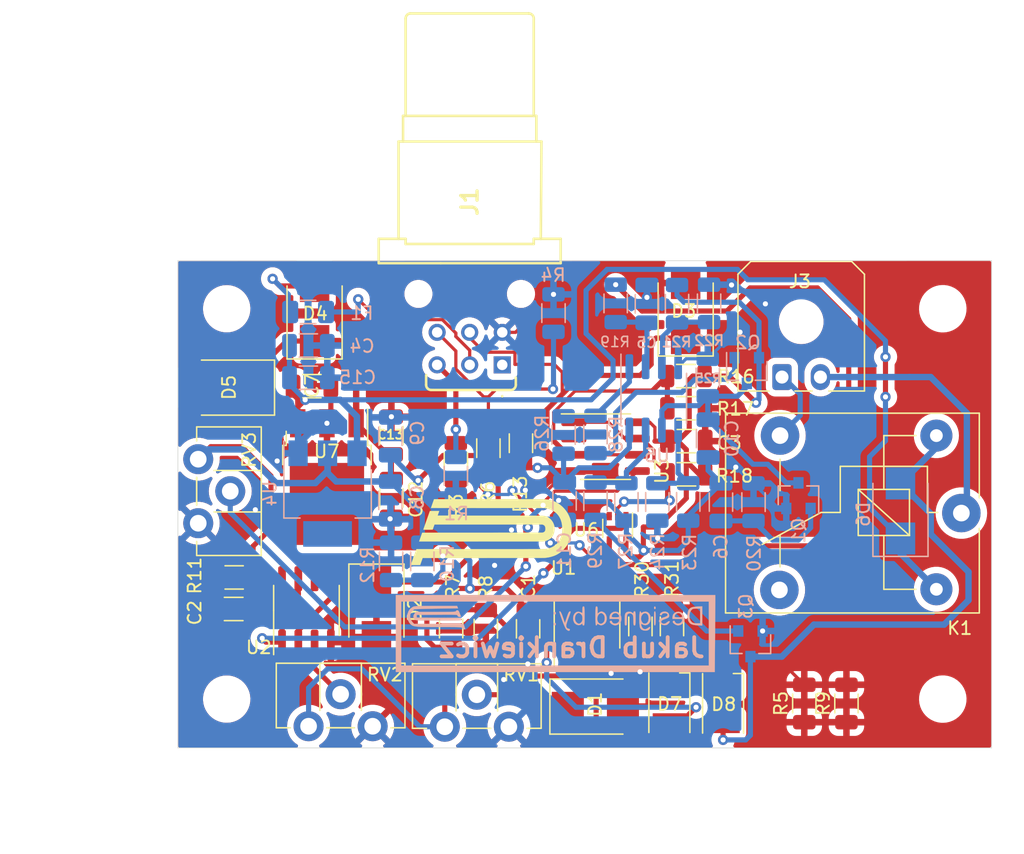
<source format=kicad_pcb>
(kicad_pcb (version 20221018) (generator pcbnew)
  (layers (0 "F.Cu" signal) (31 "B.Cu" signal) (34 "B.Paste" user) (35 "F.Paste" user) (36 "B.SilkS" user "B.Silkscreen") (37 "F.SilkS" user "F.Silkscreen") (38 "B.Mask" user) (39 "F.Mask" user) (44 "Edge.Cuts" user))
  (net 0 "")
  (net 1 "GND")
  (net 2 "+5V")
  (net 3 "Net-(U5A--)")
  (net 4 "Net-(Q1-G)")
  (net 5 "Net-(Q1-D)")
  (net 6 "Net-(D4-K)")
  (net 7 "+12V")
  (net 8 "/Comparators/Brake1")
  (net 9 "/Comparators/TPS")
  (net 10 "Net-(D1-A1)")
  (net 11 "Net-(D2-A1)")
  (net 12 "Net-(D4-A)")
  (net 13 "Net-(D6-A)")
  (net 14 "Net-(D7-K)")
  (net 15 "/Comparators/Brake1Logic")
  (net 16 "Net-(D8-K)")
  (net 17 "/Comparators/TPSLogic")
  (net 18 "/Comparators/Error")
  (net 19 "Net-(J3-Pin_1)")
  (net 20 "Net-(J3-Pin_2)")
  (net 21 "Net-(R26-Pad2)")
  (net 22 "Net-(R27-Pad2)")
  (net 24 "Net-(Q2-G)")
  (net 25 "Net-(Q3-G)")
  (net 26 "Net-(U1A--)")
  (net 27 "Net-(U2B--)")
  (net 28 "Net-(U3A--)")
  (net 29 "/Comparators/Brake2")
  (net 30 "Net-(U5A-+)")
  (net 31 "Net-(U5B-+)")
  (net 32 "Net-(U1B-+)")
  (net 33 "Net-(U2A-+)")
  (net 34 "LV_in")
  (net 35 "Net-(U3B-+)")
  (footprint "Diode_SMD:D_SMB" (layer "F.Cu") (at 113.1824 120.7426 -90)
    (fp_text reference "D2")
    (fp_text value "D_TVS")
  )
  (footprint "Resistor_SMD:R_1206_3216Metric" (layer "F.Cu") (at 121.92 108.1425 90)
    (fp_text reference "R6")
    (fp_text value "10k")
  )
  (footprint "Diode_SMD:D_SMB" (layer "F.Cu") (at 101.6799 103.4161 180)
    (fp_text reference "D5")
    (fp_text value "SMBJ18CA-E3/52")
  )
  (footprint "LED_SMD:LED_PLCC-2" (layer "F.Cu") (at 136.0424 128.0936 -90)
    (fp_text reference "D7")
    (fp_text value "LED GREEN")
  )
  (footprint "LED_SMD:LED_PLCC-2" (layer "F.Cu") (at 140.2334 128.1416 -90)
    (fp_text reference "D8")
    (fp_text value "LED RED")
  )
  (footprint "Resistor_SMD:R_1206_3216Metric" (layer "F.Cu") (at 119.38 109.22 90)
    (fp_text reference "R3")
    (fp_text value "10k")
  )
  (footprint "Resistor_SMD:R_1206_3216Metric" (layer "F.Cu") (at 119.0117 122.2229 90)
    (fp_text reference "R7")
    (fp_text value "100k")
  )
  (footprint "Resistor_SMD:R_1206_3216Metric" (layer "F.Cu") (at 121.7168 122.2395 -90)
    (fp_text reference "R8")
    (fp_text value "10k")
  )
  (footprint "Resistor_SMD:R_1206_3216Metric" (layer "F.Cu") (at 102.0425 120.7008)
    (fp_text reference "R11")
    (fp_text value "10k")
  )
  (footprint "Resistor_SMD:R_1206_3216Metric" (layer "F.Cu") (at 137.3271 102.5144 180)
    (fp_text reference "R16")
    (fp_text value "100k")
  )
  (footprint "Package_SO:SOIC-8_3.9x4.9mm_P1.27mm" (layer "F.Cu") (at 107.7214 120.8136 90)
    (fp_text reference "U2")
    (fp_text value "LM393")
  )
  (footprint "Diode_SMD:D_SMB" (layer "F.Cu") (at 137.3124 97.4 90)
    (fp_text reference "D3")
    (fp_text value "D_TVS")
  )
  (footprint "Capacitor_SMD:C_1206_3216Metric" (layer "F.Cu") (at 108.1514 103.3018)
    (fp_text reference "C7")
    (fp_text value "100n")
  )
  (footprint "Capacitor_SMD:C_1206_3216Metric" (layer "F.Cu") (at 125.0188 122.2484 -90)
    (fp_text reference "C1")
    (fp_text value "100n")
  )
  (footprint "Capacitor_SMD:C_1206_3216Metric" (layer "F.Cu") (at 114.3508 112.0376 -90)
    (fp_text reference "C12")
    (fp_text value "10u")
  )
  (footprint "Capacitor_SMD:C_1206_3216Metric" (layer "F.Cu") (at 114.3508 107.1644 90)
    (fp_text reference "C13")
    (fp_text value "100n")
  )
  (footprint "Resistor_SMD:R_1206_3216Metric" (layer "F.Cu") (at 124.46 107.7575 -90)
    (fp_text reference "R13")
    (fp_text value "10k")
  )
  (footprint "Package_TO_SOT_SMD:TO-252-3_TabPin2" (layer "F.Cu") (at 109.3206 110.398 -90)
    (fp_text reference "U7")
    (fp_text value "MC78M12CDTG DPAK")
  )
  (footprint "Resistor_SMD:R_1206_3216Metric" (layer "F.Cu") (at 133.7818 122.0617 -90)
    (fp_text reference "R30")
    (fp_text value "1k")
  )
  (footprint "Resistor_SMD:R_1206_3216Metric" (layer "F.Cu") (at 136.2456 122.0577 -90)
    (fp_text reference "R31")
    (fp_text value "10k")
  )
  (footprint "Diode_SMD:D_SMB" (layer "F.Cu") (at 108.3564 97.6286 90)
    (fp_text reference "D4")
    (fp_text value "D_Schottky")
  )
  (footprint "Capacitor_SMD:C_1206_3216Metric" (layer "F.Cu") (at 137.3614 107.5944)
    (fp_text reference "C3")
    (fp_text value "100n")
  )
  (footprint "Resistor_SMD:R_1206_3216Metric" (layer "F.Cu") (at 137.3739 110.1852 180)
    (fp_text reference "R18")
    (fp_text value "10k")
  )
  (footprint "Package_SO:SOIC-8_3.9x4.9mm_P1.27mm" (layer "F.Cu") (at 131.064 108.0262)
    (fp_text reference "U3")
    (fp_text value "LM393")
  )
  (footprint "Capacitor_SMD:C_1206_3216Metric" (layer "F.Cu") (at 102.0808 118.237 180)
    (fp_text reference "C2")
    (fp_text value "100n")
  )
  (footprint "Package_SO:SOIC-8_3.9x4.9mm_P1.27mm" (layer "F.Cu") (at 129.6162 121.793 90)
    (fp_text reference "U1")
    (fp_text value "LM393")
  )
  (footprint "Diode_SMD:D_SMB" (layer "F.Cu") (at 130.2676 128.3208)
    (fp_text reference "D1")
    (fp_text value "D_TVS")
  )
  (footprint "Resistor_SMD:R_1206_3216Metric" (layer "F.Cu") (at 137.3485 105.029)
    (fp_text reference "R17")
    (fp_text value "10k")
  )
  (footprint "Package_TO_SOT_SMD:SOT-353_SC-70-5" (layer "F.Cu") (at 132.0038 114.4016 -90)
    (fp_text reference "U6")
    (fp_text value "74AHC1G02")
  )
  (footprint "MountingHole:MountingHole_3.2mm_M3_ISO7380" (layer "F.Cu") (at 101.4984 97.2566)
    (fp_text reference "H1")
    (fp_text value "MountingHole")
  )
  (footprint "Relay_THT:Relay_SPDT_SANYOU_SRD_Series_Form_C" (layer "F.Cu") (at 158.8284 113.2126 180)
    (fp_text reference "K1")
    (fp_text value "SANYOU_SRD_Form_C")
  )
  (footprint "MountingHole:MountingHole_3.2mm_M3_ISO7380" (layer "F.Cu") (at 157.3784 97.2566)
    (fp_text reference "H3")
    (fp_text value "MountingHole")
  )
  (footprint "MountingHole:MountingHole_3.2mm_M3_ISO7380" (layer "F.Cu") (at 157.3784 127.7366)
    (fp_text reference "H4" hide)
    (fp_text value "MountingHole")
  )
  (footprint "MountingHole:MountingHole_3.2mm_M3_ISO7380" (layer "F.Cu") (at 101.4984 127.7366)
    (fp_text reference "H2")
    (fp_text value "MountingHole")
  )
  (footprint "Potentiometer_THT:Potentiometer_ACP_CA9-H2,5_Horizontal" (layer "F.Cu") (at 118.5164 129.8956 90)
    (fp_text reference "RV1")
    (fp_text value "20k")
  )
  (footprint "Connector_Molex:Molex_Micro-Fit_3.0_43650-0200_1x02_P3.00mm_Horizontal" (layer "F.Cu") (at 144.8294 102.5926)
    (fp_text reference "J3")
    (fp_text value "Screw_Terminal_01x02")
  )
  (footprint "Potentiometer_THT:Potentiometer_ACP_CA9-H2,5_Horizontal" (layer "F.Cu") (at 107.8884 129.8556 90)
    (fp_text reference "RV2")
    (fp_text value "20k")
  )
  (footprint "Potentiometer_THT:Potentiometer_ACP_CA9-H2,5_Horizontal" (layer "F.Cu") (at 99.2759 109.0041)
    (fp_text reference "RV3")
    (fp_text value "20k")
  )
  (footprint "put_silkscreen:PUTM_LOGO_15mm" (layer "F.Cu") (at 121.76 114.56)
    (fp_text reference "G***" hide)
    (fp_text value "LOGO" hide)
  )
  (footprint "Library:D369B66NP4" (layer "F.Cu") (at 123 101.64 90)
    (fp_text reference "J1")
    (fp_text value "D369-B66-NP4" hide)
  )
  (footprint "Resistor_SMD:R_1206_3216Metric" (layer "F.Cu") (at 149.86 128.0775 90)
    (fp_text reference "R9")
    (fp_text value "0R")
  )
  (footprint "Resistor_SMD:R_1206_3216Metric" (layer "F.Cu") (at 146.57 128.0775 90)
    (fp_text reference "R5")
    (fp_text value "0R")
  )
  (footprint "Package_SO:SOIC-8_3.9x4.9mm_P1.27mm" (layer "B.Cu") (at 134.8232 104.2558 -90)
    (fp_text reference "U5")
    (fp_text value "LM393")
  )
  (footprint "Fuse:Fuse_1206_3216Metric" (layer "B.Cu") (at 107.8514 97.5106)
    (fp_text reference "F1")
    (fp_text value "500mA")
  )
  (footprint "Package_TO_SOT_SMD:SOT-23" (layer "B.Cu") (at 142.0876 102.0826 -90)
    (fp_text reference "Q2")
    (fp_text value "Si2319CDS")
  )
  (footprint "Resistor_SMD:R_1206_3216Metric" (layer "B.Cu") (at 130.2766 107.0757 90)
    (fp_text reference "R28")
    (fp_text value "100R")
  )
  (footprint "Resistor_SMD:R_1206_3216Metric" (layer "B.Cu") (at 130.2766 112.2807 90)
    (fp_text reference "R29")
    (fp_text value "100R")
  )
  (footprint "Package_TO_SOT_SMD:SOT-23" (layer "B.Cu") (at 146.116 111.8522 90)
    (fp_text reference "Q1")
    (fp_text value "BSS138")
  )
  (footprint "Package_TO_SOT_SMD:SOT-23" (layer "B.Cu") (at 142.367 123.4186 -90)
    (fp_text reference "Q3")
    (fp_text value "BSS138")
  )
  (footprint "Resistor_SMD:R_1206_3216Metric" (layer "B.Cu") (at 127.7874 107.1118 90)
    (fp_text reference "R26")
    (fp_text value "10k")
  )
  (footprint "Capacitor_SMD:C_1206_3216Metric" (layer "B.Cu") (at 107.8738 102.6414)
    (fp_text reference "C15")
    (fp_text value "100n")
  )
  (footprint "Diode_SMD:D_SMB" (layer "B.Cu") (at 154.0764 113.0464 90)
    (fp_text reference "D6")
    (fp_text value "D")
  )
  (footprint "Capacitor_SMD:C_1206_3216Metric" (layer "B.Cu") (at 140.0683 112.3569 -90)
    (fp_text reference "C6")
    (fp_text value "100n")
  )
  (footprint "Capacitor_SMD:C_1206_3216Metric" (layer "B.Cu") (at 127.8636 112.268 -90)
    (fp_text reference "C11")
    (fp_text value "100n")
  )
  (footprint "Resistor_SMD:R_1206_3216Metric" (layer "B.Cu") (at 132.6896 112.3442 90)
    (fp_text reference "R27")
    (fp_text value "10k")
  )
  (footprint "Resistor_SMD:R_1206_3216Metric" (layer "B.Cu") (at 131.8514 96.8395 90)
    (fp_text reference "R19")
    (fp_text value "39k")
  )
  (footprint "Resistor_SMD:R_1206_3216Metric" (layer "B.Cu") (at 136.6393 96.8649 -90)
    (fp_text reference "R21")
    (fp_text value "39k")
  )
  (footprint "Resistor_SMD:R_1206_3216Metric" (layer "B.Cu") (at 137.5156 112.3422 90)
    (fp_text reference "R23")
    (fp_text value "100k")
  )
  (footprint "Resistor_SMD:R_1206_3216Metric" (layer "B.Cu") (at 139.1412 96.8395 90)
    (fp_text reference "R22")
    (fp_text value "100k")
  )
  (footprint "Resistor_SMD:R_1206_3216Metric" (layer "B.Cu") (at 142.6083 112.3569 90)
    (fp_text reference "R20")
    (fp_text value "820k")
  )
  (footprint "Capacitor_SMD:C_1206_3216Metric" (layer "B.Cu") (at 114.2746 112.219 -90)
    (fp_text reference "C8")
    (fp_text value "10u")
  )
  (footprint "Resistor_SMD:R_1206_3216Metric" (layer "B.Cu") (at 139.0396 102.6267 90)
    (fp_text reference "R25")
    (fp_text value "1M")
  )
  (footprint "Resistor_SMD:R_1206_3216Metric" (layer "B.Cu") (at 135.1026 112.3442 -90)
    (fp_text reference "R24")
    (fp_text value "10k")
  )
  (footprint "Resistor_SMD:R_1206_3216Metric" (layer "B.Cu") (at 114.3254 116.9817 90)
    (fp_text reference "R12")
    (fp_text value "10k")
  )
  (footprint "Resistor_SMD:R_1206_3216Metric" (layer "B.Cu") (at 119.38 110.2975 -90)
    (fp_text reference "R1")
    (fp_text value "100k")
  )
  (footprint "Resistor_SMD:R_1206_3216Metric" (layer "B.Cu") (at 127 97.5975 90)
    (fp_text reference "R4")
    (fp_text value "100k")
  )
  (footprint "Resistor_SMD:R_1206_3216Metric" (layer "B.Cu") (at 116.7638 116.9817 -90)
    (fp_text reference "R10")
    (fp_text value "100k")
  )
  (footprint "Capacitor_SMD:C_1206_3216Metric" (layer "B.Cu") (at 134.2898 96.8774 90)
    (fp_text reference "C5")
    (fp_text value "10u")
  )
  (footprint "Capacitor_SMD:C_1206_3216Metric" (layer "B.Cu") (at 107.8738 100.1268)
    (fp_text reference "C4")
    (fp_text value "10u")
  )
  (footprint "Capacitor_SMD:C_1206_3216Metric" (layer "B.Cu") (at 114.2746 107.2134 90)
    (fp_text reference "C9")
    (fp_text value "100n")
  )
  (footprint "Capacitor_SMD:C_1206_3216Metric" (layer "B.Cu") (at 139.065 107.393 90)
    (fp_text reference "C10")
    (fp_text value "10u")
  )
  (footprint "Package_TO_SOT_SMD:SOT-223" (layer "B.Cu") (at 109.37 111.69 -90)
    (fp_text reference "U4")
    (fp_text value "LM1117-5.0")
  )
  (footprint "put_silkscreen:SignatureBox25mm" (layer "B.Cu") (at 127.14 124.61 180)
    (fp_text reference "G***" hide)
    (fp_text value "LOGO" hide)
  )
  (gr_line (start 161.1884 131.5466) (end 161.1884 93.4974) (stroke (width 0.05)) (layer "Edge.Cuts"))
  (gr_line (start 161.1884 93.4974) (end 97.6884 93.5101) (stroke (width 0.05)) (layer "Edge.Cuts"))
  (gr_line (start 97.6884 93.5101) (end 97.6884 131.5466) (stroke (width 0.05)) (layer "Edge.Cuts"))
  (gr_line (start 97.6884 131.5466) (end 161.1884 131.5466) (stroke (width 0.05)) (layer "Edge.Cuts"))
  (segment (start 123.7234 116.0018) (end 123.698 116.0018) (width 0.4) (layer "F.Cu") (net 1))
  (segment (start 109.6264 105.8922) (end 109.3206 106.198) (width 0.4) (layer "F.Cu") (net 1))
  (segment (start 128.030699 109.9312) (end 128.589 109.9312) (width 0.25) (layer "F.Cu") (net 1))
  (segment (start 123.698 116.0018) (end 122.4026 117.2972) (width 0.4) (layer "F.Cu") (net 1))
  (segment (start 123 99.1) (end 124.035 99.1) (width 0.25) (layer "F.Cu") (net 1))
  (segment (start 143.317 122.4186) (end 142.8184 121.92) (width 0.25) (layer "F.Cu") (net 1))
  (segment (start 138.811 107.569) (end 138.8364 107.5944) (width 0.25) (layer "F.Cu") (net 1))
  (segment (start 137.5704 121.92) (end 136.2456 120.5952) (width 0.25) (layer "F.Cu") (net 1))
  (segment (start 124.799147 111.425017) (end 126.536882 111.425017) (width 0.25) (layer "F.Cu") (net 1))
  (segment (start 138.8364 107.5944) (end 140.8684 109.6264) (width 0.25) (layer "F.Cu") (net 1))
  (segment (start 128.627944 113.4516) (end 127.399972 112.223628) (width 0.4) (layer "F.Cu") (net 1))
  (segment (start 124.035 99.1) (end 127 96.135) (width 0.25) (layer "F.Cu") (net 1))
  (segment (start 133.7818 120.5992) (end 136.2416 120.5992) (width 0.25) (layer "F.Cu") (net 1))
  (segment (start 140.8684 109.6264) (end 141.224 109.6264) (width 0.25) (layer "F.Cu") (net 1))
  (segment (start 133.7564 126.982) (end 132.4176 128.3208) (width 0.4) (layer "F.Cu") (net 1))
  (segment (start 123.7234 114.5286) (end 123.7234 116.0018) (width 0.4) (layer "F.Cu") (net 1))
  (segment (start 136.2416 120.5992) (end 136.2456 120.5952) (width 0.25) (layer "F.Cu") (net 1))
  (segment (start 131.4958 125.73) (end 131.4958 124.2934) (width 0.4) (layer "F.Cu") (net 1))
  (segment (start 143.317 122.4186) (end 143.317 123.362) (width 0.25) (layer "F.Cu") (net 1))
  (segment (start 131.3538 113.4516) (end 128.627944 113.4516) (width 0.4) (layer "F.Cu") (net 1))
  (segment (start 143.317 123.362) (end 146.57 126.615) (width 0.25) (layer "F.Cu") (net 1))
  (segment (start 109.6264 103.3018) (end 109.6264 105.8922) (width 0.4) (layer "F.Cu") (net 1))
  (segment (start 149.86 126.615) (end 146.57 126.615) (width 0.25) (layer "F.Cu") (net 1))
  (segment (start 138.811 105.029) (end 138.811 107.569) (width 0.25) (layer "F.Cu") (net 1))
  (segment (start 142.8184 121.92) (end 137.5704 121.92) (width 0.25) (layer "F.Cu") (net 1))
  (segment (start 132.9436 127.7948) (end 132.4176 128.3208) (width 0.4) (layer "F.Cu") (net 1))
  (segment (start 126.536882 111.425017) (end 128.030699 109.9312) (width 0.25) (layer "F.Cu") (net 1))
  (segment (start 133.7564 125.603) (end 133.7564 126.982) (width 0.4) (layer "F.Cu") (net 1))
  (segment (start 131.4958 124.2934) (end 131.5212 124.268) (width 0.4) (layer "F.Cu") (net 1))
  (via (at 134.2898 96.3676) (size 0.8) (drill 0.4) (layers "F.Cu" "B.Cu") (net 1))
  (via (at 127 96.135) (size 0.8) (drill 0.4) (layers "F.Cu" "B.Cu") (net 1))
  (via (at 135.128 115.1636) (size 0.8) (drill 0.4) (layers "F.Cu" "B.Cu") (net 1))
  (via (at 114.25 113.66) (size 0.8) (drill 0.4) (layers "F.Cu" "B.Cu") (net 1))
  (via (at 133.7564 125.603) (size 0.8) (drill 0.4) (layers "F.Cu" "B.Cu") (net 1))
  (via (at 131.4958 125.73) (size 0.8) (drill 0.4) (layers "F.Cu" "B.Cu") (net 1))
  (via (at 123.7234 114.5286) (size 0.8) (drill 0.4) (layers "F.Cu" "B.Cu") (net 1))
  (via (at 140.8938 95.4024) (size 0.8) (drill 0.4) (layers "F.Cu" "B.Cu") (net 1))
  (via (at 124.799147 111.425017) (size 0.8) (drill 0.4) (layers "F.Cu" "B.Cu") (net 1))
  (via (at 123.1138 126.2126) (size 0.8) (drill 0.4) (layers "F.Cu" "B.Cu") (net 1))
  (via (at 141.224 109.6264) (size 0.8) (drill 0.4) (layers "F.Cu" "B.Cu") (net 1))
  (via (at 105.4354 109.1438) (size 0.8) (drill 0.4) (layers "F.Cu" "B.Cu") (net 1))
  (via (at 103.7336 112.9538) (size 0.8) (drill 0.4) (layers "F.Cu" "B.Cu") (net 1))
  (via (at 122.4026 117.2972) (size 0.8) (drill 0.4) (layers "F.Cu" "B.Cu") (net 1))
  (via (at 109.3206 106.198) (size 0.8) (drill 0.4) (layers "F.Cu" "B.Cu") (net 1))
  (via (at 124.9934 124.9934) (size 0.8) (drill 0.4) (layers "F.Cu" "B.Cu") (net 1))
  (via (at 143.317 122.4186) (size 0.8) (drill 0.4) (layers "F.Cu" "B.Cu") (net 1))
  (via (at 141.5542 99.0854) (size 0.8) (drill 0.4) (layers "F.Cu" "B.Cu") (net 1))
  (via (at 127.399972 112.223628) (size 0.8) (drill 0.4) (layers "F.Cu" "B.Cu") (net 1))
  (via (at 143.5354 96.8756) (size 0.8) (drill 0.4) (layers "F.Cu" "B.Cu") (net 1))
  (via (at 114.3508 105.6894) (size 0.8) (drill 0.4) (layers "F.Cu" "B.Cu") (net 1))
  (segment (start 134.2898 96.3676) (end 134.2898 96.6216) (width 0.4) (layer "B.Cu") (net 1))
  (segment (start 144.5661 112.8522) (end 142.6083 110.8944) (width 0.25) (layer "B.Cu") (net 1))
  (segment (start 134.2898 96.6216) (end 134.3152 96.647) (width 0.4) (layer "B.Cu") (net 1))
  (segment (start 107.07 107.85) (end 108.722 106.198) (width 0.5) (layer "B.Cu") (net 1))
  (segment (start 127.8636 113.743) (end 127.8636 112.649) (width 0.4) (layer "B.Cu") (net 1))
  (segment (start 109.2966 106.222) (end 109.3206 106.198) (width 0.4) (layer "B.Cu") (net 1))
  (segment (start 108.722 106.198) (end 109.3206 106.198) (width 0.5) (layer "B.Cu") (net 1))
  (segment (start 137.3448 101.1642) (end 136.7282 101.7808) (width 0.25) (layer "B.Cu") (net 1))
  (segment (start 127.825344 112.649) (end 127.399972 112.223628) (width 0.4) (layer "B.Cu") (net 1))
  (segment (start 127.088744 111.9124) (end 126.9238 111.9124) (width 0.4) (layer "B.Cu") (net 1))
  (segment (start 107.07 108.54) (end 107.07 107.85) (width 0.5) (layer "B.Cu") (net 1))
  (segment (start 135.1026 113.8067) (end 135.1026 115.1382) (width 0.25) (layer "B.Cu") (net 1))
  (segment (start 139.0396 101.1642) (end 141.1184 99.0854) (width 0.25) (layer "B.Cu") (net 1))
  (segment (start 135.1026 115.1382) (end 135.128 115.1636) (width 0.25) (layer "B.Cu") (net 1))
  (segment (start 127.399972 112.223628) (end 127.088744 111.9124) (width 0.4) (layer "B.Cu") (net 1))
  (segment (start 145.166 112.8522) (end 144.5661 112.8522) (width 0.25) (layer "B.Cu") (net 1))
  (segment (start 139.0396 101.1642) (end 137.3448 101.1642) (width 0.25) (layer "B.Cu") (net 1))
  (segment (start 126.4666 111.4552) (end 125.6538 111.4552) (width 0.4) (layer "B.Cu") (net 1))
  (segment (start 125.6538 111.4552) (end 123.7234 113.3856) (width 0.4) (layer "B.Cu") (net 1))
  (segment (start 141.1184 99.0854) (end 141.5542 99.0854) (width 0.25) (layer "B.Cu") (net 1))
  (segment (start 127.8636 112.649) (end 127.825344 112.649) (width 0.4) (layer "B.Cu") (net 1))
  (segment (start 141.224 109.6264) (end 141.3403 109.6264) (width 0.4) (layer "B.Cu") (net 1))
  (segment (start 123.7234 113.3856) (end 123.7234 114.5286) (width 0.4) (layer "B.Cu") (net 1))
  (segment (start 126.9238 111.9124) (end 126.4666 111.4552) (width 0.4) (layer "B.Cu") (net 1))
  (segment (start 109.2962 106.222) (end 109.2966 106.222) (width 0.4) (layer "B.Cu") (net 1))
  (segment (start 134.2898 95.4024) (end 134.2898 96.3676) (width 0.4) (layer "B.Cu") (net 1))
  (segment (start 141.3403 109.6264) (end 142.6083 110.8944) (width 0.4) (layer "B.Cu") (net 1))
  (segment (start 104.9528 110.3122) (end 102.6668 108.0262) (width 0.4) (layer "F.Cu") (net 2))
  (segment (start 138.7896 102.5144) (end 137.8712 102.5144) (width 0.4) (layer "F.Cu") (net 2))
  (segment (start 118.5164 124.1807) (end 119.0117 123.6854) (width 0.4) (layer "F.Cu") (net 2))
  (segment (start 102.6668 108.0262) (end 100.2538 108.0262) (width 0.4) (layer "F.Cu") (net 2))
  (segment (start 140.716 102.5144) (end 142.7988 104.5972) (width 0.4) (layer "F.Cu") (net 2))
  (segment (start 117.7164 123.6854) (end 119.0117 123.6854) (width 0.4) (layer "F.Cu") (net 2))
  (segment (start 124.9172 109.6772) (end 123.8825 108.6425) (width 0.4) (layer "F.Cu") (net 2))
  (segment (start 103.6574 118.3386) (end 103.5558 118.237) (width 0.4) (layer "F.Cu") (net 2))
  (segment (start 101.473 120.7008) (end 101.9048 120.269) (width 0.4) (layer "F.Cu") (net 2))
  (segment (start 120.941334 108.72) (end 118.3814 108.72) (width 0.4) (layer "F.Cu") (net 2))
  (segment (start 104.9528 114.4016) (end 104.9528 110.3122) (width 0.4) (layer "F.Cu") (net 2))
  (segment (start 125.0188 120.7734) (end 126.4666 122.2212) (width 0.4) (layer "F.Cu") (net 2))
  (segment (start 134.513999 106.1212) (end 134.914 106.521201) (width 0.25) (layer "F.Cu") (net 2))
  (segment (start 135.116371 114.3) (end 137.3632 112.053171) (width 0.4) (layer "F.Cu") (net 2))
  (segment (start 137.3632 108.2548) (end 137.3632 109.0168) (width 0.4) (layer "F.Cu") (net 2))
  (segment (start 117.1194 123.0884) (end 117.7164 123.6854) (width 0.4) (layer "F.Cu") (net 2))
  (segment (start 126.4666 122.2212) (end 126.4666 124.8918) (width 0.4) (layer "F.Cu") (net 2))
  (segment (start 117.1194 120.2944) (end 117.1194 123.0884) (width 0.4) (layer "F.Cu") (net 2))
  (segment (start 138.7896 102.5144) (end 140.716 102.5144) (width 0.4) (layer "F.Cu") (net 2))
  (segment (start 121.018834 108.6425) (end 120.941334 108.72) (width 0.4) (layer "F.Cu") (net 2))
  (segment (start 119.0244 119.4562) (end 117.9576 119.4562) (width 0.4) (layer "F.Cu") (net 2))
  (segment (start 137.5918 106.7054) (end 136.7028 107.5944) (width 0.4) (layer "F.Cu") (net 2))
  (segment (start 123.346 119.1006) (end 120.4722 119.1006) (width 0.4) (layer "F.Cu") (net 2))
  (segment (start 137.3632 109.0168) (end 137.3632 109.1692) (width 0.4) (layer "F.Cu") (net 2))
  (segment (start 136.9032 129.5936) (end 138.1252 128.3716) (width 0.4) (layer "F.Cu") (net 2))
  (segment (start 133.539 106.1212) (end 134.513999 106.1212) (width 0.25) (layer "F.Cu") (net 2))
  (segment (start 136.7028 107.5944) (end 137.3632 108.2548) (width 0.4) (layer "F.Cu") (net 2))
  (segment (start 118.3814 108.72) (end 116.4336 110.6678) (width 0.4) (layer "F.Cu") (net 2))
  (segment (start 100.58 120.7008) (end 101.2444 120.7008) (width 0.4) (layer "F.Cu") (net 2))
  (segment (start 102.7684 118.237) (end 103.5558 118.237) (width 0.4) (layer "F.Cu") (net 2))
  (segment (start 103.5558 118.237) (end 103.5558 115.7986) (width 0.4) (layer "F.Cu") (net 2))
  (segment (start 100.58 120.7008) (end 101.473 120.7008) (width 0.4) (layer "F.Cu") (net 2))
  (segment (start 119.38 119.1006) (end 119.0244 119.4562) (width 0.4) (layer "F.Cu") (net 2))
  (segment (start 138.3792 110.1852) (end 138.8364 110.1852) (width 0.4) (layer "F.Cu") (net 2))
  (segment (start 126.6444 120.3848) (end 125.4074 120.3848) (width 0.4) (layer "F.Cu") (net 2))
  (segment (start 136.0424 129.5936) (end 136.9032 129.5936) (width 0.4) (layer "F.Cu") (net 2))
  (segment (start 132.6538 116.2454) (end 132.6538 115.3516) (width 0.4) (layer "F.Cu") (net 2))
  (segment (start 123.8825 108.6425) (end 121.018834 108.6425) (width 0.4) (layer "F.Cu") (net 2))
  (segment (start 133.7056 116.6368) (end 133.0452 116.6368) (width 0.4) (layer "F.Cu") (net 2))
  (segment (start 134.914 106.521201) (end 134.914 107.5944) (width 0.25) (layer "F.Cu") (net 2))
  (segment (start 127.7112 119.318) (end 126.6444 120.3848) (width 0.4) (layer "F.Cu") (net 2))
  (segment (start 101.9048 120.269) (end 101.9048 119.1006) (width 0.4) (layer "F.Cu") (net 2))
  (segment (start 120.4722 119.1006) (end 119.38 119.1006) (width 0.4) (layer "F.Cu") (net 2))
  (segment (start 134.0104 114.3) (end 134.0104 116.332) (width 0.4) (layer "F.Cu") (net 2))
  (segment (start 137.3632 109.1692) (end 138.3792 110.1852) (width 0.4) (layer "F.Cu") (net 2))
  (segment (start 137.5918 102.7938) (end 137.5918 106.7054) (width 0.4) (layer "F.Cu") (net 2))
  (segment (start 118.5164 129.8956) (end 118.5164 124.1807) (width 0.4) (layer "F.Cu") (net 2))
  (segment (start 100.2538 108.0262) (end 99.2759 109.0041) (width 0.4) (layer "F.Cu") (net 2))
  (segment (start 125.4074 120.3848) (end 125.0188 120.7734) (width 0.4) (layer "F.Cu") (net 2))
  (segment (start 135.8864 107.5944) (end 134.914 107.5944) (width 0.4) (layer "F.Cu") (net 2))
  (segment (start 105.8164 118.3386) (end 103.6574 118.3386) (width 0.4) (layer "F.Cu") (net 2))
  (segment (start 135.8864 107.5944) (end 136.7028 107.5944) (width 0.4) (layer "F.Cu") (net 2))
  (segment (start 137.3632 112.053171) (end 137.3632 109.0168) (width 0.4) (layer "F.Cu") (net 2))
  (segment (start 133.0452 116.6368) (end 132.6538 116.2454) (width 0.4) (layer "F.Cu") (net 2))
  (segment (start 117.9576 119.4562) (end 117.1194 120.2944) (width 0.4) (layer "F.Cu") (net 2))
  (segment (start 101.9048 119.1006) (end 102.7684 118.237) (width 0.4) (layer "F.Cu") (net 2))
  (segment (start 103.5558 115.7986) (end 104.9528 114.4016) (width 0.4) (layer "F.Cu") (net 2))
  (segment (start 125.0188 120.7734) (end 123.346 119.1006) (width 0.4) (layer "F.Cu") (net 2))
  (segment (start 134.0104 116.332) (end 133.7056 116.6368) (width 0.4) (layer "F.Cu") (net 2))
  (segment (start 125.7554 109.6772) (end 124.9172 109.6772) (width 0.4) (layer "F.Cu") (net 2))
  (segment (start 134.0104 114.3) (end 135.116371 114.3) (width 0.4) (layer "F.Cu") (net 2))
  (segment (start 137.8712 102.5144) (end 137.5918 102.7938) (width 0.4) (layer "F.Cu") (net 2))
  (via (at 134.0358 116.1288) (size 0.8) (drill 0.4) (layers "F.Cu" "B.Cu") (net 2))
  (via (at 138.1252 128.3716) (size 0.8) (drill 0.4) (layers "F.Cu" "B.Cu") (net 2))
  (via (at 116.4336 110.6678) (size 0.8) (drill 0.4) (layers "F.Cu" "B.Cu") (net 2))
  (via (at 126.4666 124.8918) (size 0.8) (drill 0.4) (layers "F.Cu" "B.Cu") (net 2))
  (via (at 142.7988 104.5972) (size 0.8) (drill 0.4) (layers "F.Cu" "B.Cu") (net 2))
  (via (at 125.7554 109.6772) (size 0.8) (drill 0.4) (layers "F.Cu" "B.Cu") (net 2))
  (via (at 120.4722 119.1006) (size 0.8) (drill 0.4) (layers "F.Cu" "B.Cu") (net 2))
  (segment (start 134.0358 116.1288) (end 136.7536 116.1288) (width 0.4) (layer "B.Cu") (net 2))
  (segment (start 132.9182 106.7308) (end 132.9182 108.108336) (width 0.4) (layer "B.Cu") (net 2))
  (segment (start 127.8636 110.793) (end 129.3894 112.3188) (width 0.4) (layer "B.Cu") (net 2))
  (segment (start 137.5156 113.8047) (end 137.5156 113.4346) (width 0.4) (layer "B.Cu") (net 2))
  (segment (start 128.7526 128.3716) (end 138.1252 128.3716) (width 0.4) (layer "B.Cu") (net 2))
  (segment (start 100.04 108.24) (end 99.2759 109.0041) (width 0.5) (layer "B.Cu") (net 2))
  (segment (start 137.5156 115.3668) (end 137.5156 113.8047) (width 0.4) (layer "B.Cu") (net 2))
  (segment (start 120.4722 116.9416) (end 120.4722 119.1006) (width 0.4) (layer "B.Cu") (net 2))
  (segment (start 132.9182 108.108336) (end 131.349336 109.6772) (width 0.4) (layer "B.Cu") (net 2))
  (segment (start 127.7874 108.5743) (end 127.7874 110.7168) (width 0.4) (layer "B.Cu") (net 2))
  (segment (start 137.5156 113.4346) (end 140.0683 110.8819) (width 0.4) (layer "B.Cu") (net 2))
  (segment (start 116.254 110.6678) (end 114.2746 108.6884) (width 0.4) (layer "B.Cu") (net 2))
  (segment (start 112.0394 125.3744) (end 116.5606 129.8956) (width 0.4) (layer "B.Cu") (net 2))
  (segment (start 141.5034 96.7486) (end 143.0376 98.2828) (width 0.4) (layer "B.Cu") (net 2))
  (segment (start 102.73 108.24) (end 100.04 108.24) (width 0.5) (layer "B.Cu") (net 2))
  (segment (start 114.2746 108.6884) (end 114.2746 110.744) (width 0.4) (layer "B.Cu") (net 2))
  (segment (start 116.5606 129.8956) (end 118.5164 129.8956) (width 0.4) (layer "B.Cu") (net 2))
  (segment (start 125.7554 109.6772) (end 126.7478 109.6772) (width 0.4) (layer "B.Cu") (net 2))
  (segment (start 114.2746 110.744) (end 116.7638 113.2332) (width 0.4) (layer "B.Cu") (net 2))
  (segment (start 143.0376 98.2828) (end 143.0376 101.0826) (width 0.4) (layer "B.Cu") (net 2))
  (segment (start 128.9794 109.6772) (end 127.8636 110.793) (width 0.4) (layer "B.Cu") (net 2))
  (segment (start 105.36 110.87) (end 102.73 108.24) (width 0.5) (layer "B.Cu") (net 2))
  (segment (start 126.4666 126.0856) (end 128.7526 128.3716) (width 0.4) (layer "B.Cu") (net 2))
  (segment (start 129.3894 112.3188) (end 131.2017 112.3188) (width 0.4) (layer "B.Cu") (net 2))
  (segment (start 116.7638 115.5192) (end 119.0498 115.5192) (width 0.4) (layer "B.Cu") (net 2))
  (segment (start 116.7638 113.2332) (end 116.7638 115.5192) (width 0.4) (layer "B.Cu") (net 2))
  (segment (start 136.7536 116.1288) (end 137.5156 115.3668) (width 0.4) (layer "B.Cu") (net 2))
  (segment (start 139.065 108.868) (end 139.065 109.8786) (width 0.4) (layer "B.Cu") (net 2))
  (segment (start 119.0498 115.5192) (end 120.4722 116.9416) (width 0.4) (layer "B.Cu") (net 2))
  (segment (start 107.8884 129.8556) (end 107.8884 126.8584) (width 0.4) (layer "B.Cu") (net 2))
  (segment (start 110.044 110.744) (end 114.2746 110.744) (width 0.5) (layer "B.Cu") (net 2))
  (segment (start 116.4336 110.6678) (end 116.254 110.6678) (width 0.4) (layer "B.Cu") (net 2))
  (segment (start 139.065 109.8786) (end 140.0683 110.8819) (width 0.4) (layer "B.Cu") (net 2))
  (segment (start 140.1064 110.8438) (end 140.0683 110.8819) (width 0.4) (layer "B.Cu") (net 2))
  (segment (start 131.349336 109.6772) (end 128.9794 109.6772) (width 0.4) (layer "B.Cu") (net 2))
  (segment (start 109.37 108.54) (end 109.37 110.07) (width 0.5) (layer "B.Cu") (net 2))
  (segment (start 126.4666 124.8918) (end 126.4666 126.0856) (width 0.4) (layer "B.Cu") (net 2))
  (segment (start 132.6896 113.8067) (end 132.6896 114.7826) (width 0.4) (layer "B.Cu") (net 2))
  (segment (start 136.6393 95.4024) (end 136.6393 96.2025) (width 0.4) (layer "B.Cu") (net 2))
  (segment (start 137.1854 96.7486) (end 141.5034 96.7486) (width 0.4) (layer "B.Cu") (net 2))
  (segment (start 143.0376 104.3584) (end 143.0376 101.0826) (width 0.4) (layer "B.Cu") (net 2))
  (segment (start 108.42 110.87) (end 105.36 110.87) (width 0.5) (layer "B.Cu") (net 2))
  (segment (start 134.0358 116.1288) (end 134.0358 116.1288) (width 0.4) (layer "B.Cu") (net 2))
  (segment (start 107.8884 126.8584) (end 109.3724 125.3744) (width 0.4) (layer "B.Cu") (net 2))
  (segment (start 132.6896 114.7826) (end 134.0358 116.1288) (width 0.4) (layer "B.Cu") (net 2))
  (segment (start 126.7478 109.6772) (end 127.8636 110.793) (width 0.4) (layer "B.Cu") (net 2))
  (segment (start 127.7874 110.7168) (end 127.8636 110.793) (width 0.4) (layer "B.Cu") (net 2))
  (segment (start 142.7988 104.5972) (end 143.0376 104.3584) (width 0.4) (layer "B.Cu") (net 2))
  (segment (start 109.37 110.07) (end 110.044 110.744) (width 0.5) (layer "B.Cu") (net 2))
  (segment (start 136.6393 96.2025) (end 137.1854 96.7486) (width 0.4) (layer "B.Cu") (net 2))
  (segment (start 109.3724 125.3744) (end 112.0394 125.3744) (width 0.4) (layer "B.Cu") (net 2))
  (segment (start 109.37 108.54) (end 109.37 109.92) (width 0.5) (layer "B.Cu") (net 2))
  (segment (start 131.2017 112.3188) (end 132.6896 113.8067) (width 0.4) (layer "B.Cu") (net 2))
  (segment (start 109.37 109.92) (end 108.42 110.87) (width 0.5) (layer "B.Cu") (net 2))
  (segment (start 134.2394 98.302) (end 134.2898 98.3524) (width 0.4) (layer "B.Cu") (net 3))
  (segment (start 134.2898 101.6792) (end 134.1882 101.7808) (width 0.4) (layer "B.Cu") (net 3))
  (segment (start 134.2898 98.3524) (end 134.2898 101.6792) (width 0.4) (layer "B.Cu") (net 3))
  (segment (start 131.8514 98.302) (end 134.2394 98.302) (width 0.4) (layer "B.Cu") (net 3))
  (segment (start 140.0808 113.8194) (end 140.0683 113.8319) (width 0.4) (layer "B.Cu") (net 4))
  (segment (start 144.1049 115.316) (end 142.6083 113.8194) (width 0.4) (layer "B.Cu") (net 4))
  (segment (start 147.066 114.3508) (end 146.1008 115.316) (width 0.4) (layer "B.Cu") (net 4))
  (segment (start 142.6083 113.8194) (end 140.0808 113.8194) (width 0.4) (layer "B.Cu") (net 4))
  (segment (start 147.066 112.8522) (end 147.066 114.3508) (width 0.4) (layer "B.Cu") (net 4))
  (segment (start 146.1008 115.316) (end 144.1049 115.316) (width 0.4) (layer "B.Cu") (net 4))
  (segment (start 139.0396 104.0892) (end 139.0396 105.8926) (width 0.4) (layer "B.Cu") (net 5))
  (segment (start 135.4582 106.7308) (end 135.4582 105.2068) (width 0.4) (layer "B.Cu") (net 5))
  (segment (start 145.1676 110.8522) (end 143.7132 109.3978) (width 0.4) (layer "B.Cu") (net 5))
  (segment (start 141.351 104.0892) (end 139.0396 104.0892) (width 0.4) (layer "B.Cu") (net 5))
  (segment (start 135.4582 105.2068) (end 135.8392 104.8258) (width 0.4) (layer "B.Cu") (net 5))
  (segment (start 138.303 104.8258) (end 139.0396 104.0892) (width 0.4) (layer "B.Cu") (net 5))
  (segment (start 142.5702 109.3978) (end 140.97 107.7976) (width 0.4) (layer "B.Cu") (net 5))
  (segment (start 140.97 107.7976) (end 140.9446 107.7976) (width 0.4) (layer "B.Cu") (net 5))
  (segment (start 142.0876 103.3526) (end 141.351 104.0892) (width 0.4) (layer "B.Cu") (net 5))
  (segment (start 142.0876 103.0826) (end 142.0876 103.3526) (width 0.4) (layer "B.Cu") (net 5))
  (segment (start 143.7132 109.3978) (end 142.5702 109.3978) (width 0.4) (layer "B.Cu") (net 5))
  (segment (start 135.8392 104.8258) (end 138.303 104.8258) (width 0.4) (layer "B.Cu") (net 5))
  (segment (start 140.9446 107.7976) (end 139.065 105.918) (width 0.4) (layer "B.Cu") (net 5))
  (segment (start 146.116 110.8522) (end 145.1676 110.8522) (width 0.4) (layer "B.Cu") (net 5))
  (segment (start 139.0396 105.8926) (end 139.065 105.918) (width 0.4) (layer "B.Cu") (net 5))
  (segment (start 106.1646 99.7786) (end 108.3564 99.7786) (width 0.4) (layer "F.Cu") (net 6))
  (segment (start 111.6006 101.1104) (end 111.6006 106.198) (width 0.5) (layer "F.Cu") (net 6))
  (segment (start 108.3564 99.7786) (end 110.2688 99.7786) (width 0.5) (layer "F.Cu") (net 6))
  (segment (start 114.042 108.6394) (end 111.6006 106.198) (width 0.4) (layer "F.Cu") (net 6))
  (segment (start 111.6006 106.198) (end 111.6006 106.4698) (width 0.4) (layer "F.Cu") (net 6))
  (segment (start 103.8299 102.1133) (end 106.1646 99.7786) (width 0.4) (layer "F.Cu") (net 6))
  (segment (start 110.2688 99.7786) (end 111.6006 101.1104) (width 0.5) (layer "F.Cu") (net 6))
  (segment (start 114.3508 110.5626) (end 114.3508 108.6394) (width 0.4) (layer "F.Cu") (net 6))
  (segment (start 103.8299 103.4161) (end 103.8299 102.1133) (width 0.4) (layer "F.Cu") (net 6))
  (segment (start 114.3508 108.6394) (end 114.042 108.6394) (width 0.4) (layer "F.Cu") (net 6))
  (segment (start 106.6764 103.9332) (end 107.0406 104.2974) (width 0.4) (layer "F.Cu") (net 7))
  (segment (start 152.908 101.0158) (end 152.908 104.14) (width 0.4) (layer "F.Cu") (net 7))
  (segment (start 106.6764 103.3018) (end 106.6764 103.9332) (width 0.4) (layer "F.Cu") (net 7))
  (segment (start 107.0406 106.198) (end 107.0406 104.9478) (width 0.4) (layer "F.Cu") (net 7))
  (segment (start 107.0406 104.9478) (end 107.6198 104.3686) (width 0.4) (layer "F.Cu") (net 7))
  (segment (start 107.0406 104.2974) (end 107.0406 106.198) (width 0.4) (layer "F.Cu") (net 7))
  (via (at 107.6198 104.3686) (size 0.8) (drill 0.4) (layers "F.Cu" "B.Cu") (net 7))
  (via (at 152.908 104.14) (size 0.8) (drill 0.4) (layers "F.Cu" "B.Cu") (net 7))
  (via (at 152.908 101.0158) (size 0.8) (drill 0.4) (layers "F.Cu" "B.Cu") (net 7))
  (segment (start 141.351 94.1832) (end 131.181534 94.1832) (width 0.4) (layer "B.Cu") (net 7))
  (segment (start 148.1328 94.996) (end 142.1638 94.996) (width 0.4) (layer "B.Cu") (net 7))
  (segment (start 151.6634 108.8136) (end 151.6634 112.7834) (width 0.4) (layer "B.Cu") (net 7))
  (segment (start 129.54 95.824734) (end 129.54 99.189766) (width 0.4) (layer "B.Cu") (net 7))
  (segment (start 111.67 108.54) (end 111.67 107.04) (width 0.5) (layer "B.Cu") (net 7))
  (segment (start 111.67 107.04) (end 111.66 107.03) (width 0.5) (layer "B.Cu") (net 7))
  (segment (start 110.3586 104.3686) (end 107.6198 104.3686) (width 0.5) (layer "B.Cu") (net 7))
  (segment (start 129.941759 104.3686) (end 107.6198 104.3686) (width 0.4) (layer "B.Cu") (net 7))
  (segment (start 154.0764 116.3606) (end 154.0764 115.1964) (width 0.5) (layer "B.Cu") (net 7))
  (segment (start 106.3988 100.1268) (end 106.3988 102.6414) (width 0.4) (layer "B.Cu") (net 7))
  (segment (start 111.66 105.67) (end 110.3586 104.3686) (width 0.5) (layer "B.Cu") (net 7))
  (segment (start 152.908 107.569) (end 151.6634 108.8136) (width 0.4) (layer "B.Cu") (net 7))
  (segment (start 111.66 107.03) (end 111.66 105.67) (width 0.5) (layer "B.Cu") (net 7))
  (segment (start 151.6634 112.7834) (end 154.0764 115.1964) (width 0.4) (layer "B.Cu") (net 7))
  (segment (start 142.1638 94.996) (end 141.351 94.1832) (width 0.4) (layer "B.Cu") (net 7))
  (segment (start 106.3988 102.6414) (end 106.3988 103.1476) (width 0.4) (layer "B.Cu") (net 7))
  (segment (start 129.54 99.189766) (end 131.6482 101.297966) (width 0.4) (layer "B.Cu") (net 7))
  (segment (start 156.8784 119.1626) (end 154.0764 116.3606) (width 0.5) (layer "B.Cu") (net 7))
  (segment (start 131.6482 101.297966) (end 131.6482 102.662159) (width 0.4) (layer "B.Cu") (net 7))
  (segment (start 152.908 99.7712) (end 148.1328 94.996) (width 0.4) (layer "B.Cu") (net 7))
  (segment (start 131.6482 102.662159) (end 129.941759 104.3686) (width 0.4) (layer "B.Cu") (net 7))
  (segment (start 106.3988 103.1476) (end 107.6198 104.3686) (width 0.4) (layer "B.Cu") (net 7))
  (segment (start 152.908 104.14) (end 152.908 107.569) (width 0.4) (layer "B.Cu") (net 7))
  (segment (start 152.908 101.0158) (end 152.908 99.7712) (width 0.4) (layer "B.Cu") (net 7))
  (segment (start 131.181534 94.1832) (end 129.54 95.824734) (width 0.4) (layer "B.Cu") (net 7))
  (segment (start 119.38 103.1) (end 117.92 101.64) (width 0.4) (layer "F.Cu") (net 8))
  (segment (start 119.38 106.68) (end 119.38 103.1) (width 0.4) (layer "F.Cu") (net 8))
  (segment (start 119.38 106.68) (end 119.38 107.7575) (width 0.4) (layer "F.Cu") (net 8))
  (via (at 119.38 106.68) (size 0.8) (drill 0.4) (layers "F.Cu" "B.Cu") (net 8))
  (segment (start 119.38 106.68) (end 119.38 108.835) (width 0.4) (layer "B.Cu") (net 8))
  (segment (start 123.9915 100.6485) (end 123.9915 101.6) (width 0.25) (layer "F.Cu") (net 9))
  (segment (start 133.539 108.6612) (end 128.589 108.6612) (width 0.25) (layer "F.Cu") (net 9))
  (segment (start 126.492 107.051174) (end 128.102026 108.6612) (width 0.4) (layer "F.Cu") (net 9))
  (segment (start 127.684314 102.221314) (end 127.684314 103.934286) (width 0.25) (layer "F.Cu") (net 9))
  (segment (start 127.2393 104.3793) (end 126.492 105.1266) (width 0.4) (layer "F.Cu") (net 9))
  (segment (start 134.62 99.9236) (end 134.62 101.6) (width 0.4) (layer "F.Cu") (net 9))
  (segment (start 128.102026 108.6612) (end 128.589 108.6612) (width 0.4) (layer "F.Cu") (net 9))
  (segment (start 129.155 102.4636) (end 127.2393 104.3793) (width 0.4) (layer "F.Cu") (net 9))
  (segment (start 121.5885 100.6485) (end 123.9915 100.6485) (width 0.25) (layer "F.Cu") (net 9))
  (segment (start 126.492 107.051174) (end 125.735826 106.295) (width 0.4) (layer "F.Cu") (net 9))
  (segment (start 137.3124 99.55) (end 134.9936 99.55) (width 0.4) (layer "F.Cu") (net 9))
  (segment (start 126.492 105.1266) (end 126.492 107.051174) (width 0.4) (layer "F.Cu") (net 9))
  (segment (start 126.4011 105.2175) (end 127.2393 104.3793) (width 0.25) (layer "F.Cu") (net 9))
  (segment (start 127.684314 103.934286) (end 127.2393 104.3793) (width 0.25) (layer "F.Cu") (net 9))
  (segment (start 134.9936 99.55) (end 134.62 99.9236) (width 0.4) (layer "F.Cu") (net 9))
  (segment (start 120.46 99.52) (end 121.5885 100.6485) (width 0.25) (layer "F.Cu") (net 9))
  (segment (start 123.9915 101.6) (end 127.063 101.6) (width 0.25) (layer "F.Cu") (net 9))
  (segment (start 126.492 105.1266) (end 126.4011 105.2175) (width 0.4) (layer "F.Cu") (net 9))
  (segment (start 125.735826 106.295) (end 124.46 106.295) (width 0.4) (layer "F.Cu") (net 9))
  (segment (start 134.62 101.6) (end 133.7564 102.4636) (width 0.4) (layer "F.Cu") (net 9))
  (segment (start 133.7564 102.4636) (end 129.155 102.4636) (width 0.4) (layer "F.Cu") (net 9))
  (segment (start 127.063 101.6) (end 127.684314 102.221314) (width 0.25) (layer "F.Cu") (net 9))
  (segment (start 123.7996 111.4552) (end 126.746 114.4016) (width 0.25) (layer "F.Cu") (net 10))
  (segment (start 126.746 114.4016) (end 126.746 115.5446) (width 0.25) (layer "F.Cu") (net 10))
  (segment (start 130.2512 124.268) (end 130.2512 126.1872) (width 0.4) (layer "F.Cu") (net 10))
  (segment (start 121.882 111.76) (end 120.8045 110.6825) (width 0.25) (layer "F.Cu") (net 10))
  (segment (start 130.2512 116.9416) (end 130.2512 119.318) (width 0.25) (layer "F.Cu") (net 10))
  (segment (start 120.8045 110.6825) (end 119.38 110.6825) (width 0.25) (layer "F.Cu") (net 10))
  (segment (start 129.032 115.7224) (end 130.2512 116.9416) (width 0.25) (layer "F.Cu") (net 10))
  (segment (start 130.2512 126.1872) (end 128.1176 128.3208) (width 0.4) (layer "F.Cu") (net 10))
  (segment (start 130.2512 124.268) (end 130.2512 119.318) (width 0.4) (layer "F.Cu") (net 10))
  (via (at 121.882 111.76) (size 0.8) (drill 0.4) (layers "F.Cu" "B.Cu") (net 10))
  (via (at 123.7996 111.4552) (size 0.8) (drill 0.4) (layers "F.Cu" "B.Cu") (net 10))
  (via (at 126.746 115.5446) (size 0.8) (drill 0.4) (layers "F.Cu" "B.Cu") (net 10))
  (via (at 129.032 115.7224) (size 0.8) (drill 0.4) (layers "F.Cu" "B.Cu") (net 10))
  (segment (start 121.882 111.76) (end 123.4948 111.76) (width 0.25) (layer "B.Cu") (net 10))
  (segment (start 123.4948 111.76) (end 123.7996 111.4552) (width 0.25) (layer "B.Cu") (net 10))
  (segment (start 128.8542 115.5446) (end 129.032 115.7224) (width 0.25) (layer "B.Cu") (net 10))
  (segment (start 126.746 115.5446) (end 128.8542 115.5446) (width 0.25) (layer "B.Cu") (net 10))
  (segment (start 122.682 110.367) (end 121.92 109.605) (width 0.4) (layer "F.Cu") (net 11))
  (segment (start 122.682 114.3762) (end 122.682 110.367) (width 0.4) (layer "F.Cu") (net 11))
  (segment (start 107.0864 122.3772) (end 109.6264 119.8372) (width 0.4) (layer "F.Cu") (net 11))
  (segment (start 112.9284 118.3386) (end 113.1824 118.5926) (width 0.4) (layer "F.Cu") (net 11))
  (segment (start 109.6264 119.8372) (end 109.6264 118.3386) (width 0.4) (layer "F.Cu") (net 11))
  (segment (start 109.6264 118.3386) (end 112.9284 118.3386) (width 0.4) (layer "F.Cu") (net 11))
  (segment (start 118.4656 118.5926) (end 122.682 114.3762) (width 0.4) (layer "F.Cu") (net 11))
  (segment (start 113.1824 118.5926) (end 118.4656 118.5926) (width 0.4) (layer "F.Cu") (net 11))
  (segment (start 107.0864 123.2886) (end 107.0864 122.3772) (width 0.4) (layer "F.Cu") (net 11))
  (segment (start 108.3564 95.4786) (end 105.6386 95.4786) (width 0.4) (layer "F.Cu") (net 12))
  (segment (start 105.6386 95.4786) (end 105.0798 94.9198) (width 0.4) (layer "F.Cu") (net 12))
  (via (at 105.0798 94.9198) (size 0.8) (drill 0.4) (layers "F.Cu" "B.Cu") (net 12))
  (segment (start 106.299 96.139) (end 106.299 97.3582) (width 0.4) (layer "B.Cu") (net 12))
  (segment (start 105.0798 94.9198) (end 106.299 96.139) (width 0.4) (layer "B.Cu") (net 12))
  (segment (start 106.299 97.3582) (end 106.4514 97.5106) (width 0.4) (layer "B.Cu") (net 12))
  (segment (start 140.2334 130.9216) (end 140.2334 129.6416) (width 0.4) (layer "F.Cu") (net 13))
  (via (at 140.2334 130.9216) (size 0.8) (drill 0.4) (layers "F.Cu" "B.Cu") (net 13))
  (segment (start 142.367 124.4186) (end 144.8214 124.4186) (width 0.5) (layer "B.Cu") (net 13))
  (segment (start 147.32 121.92) (end 157.48 121.92) (width 0.5) (layer "B.Cu") (net 13))
  (segment (start 142.367 130.556) (end 142.0014 130.9216) (width 0.4) (layer "B.Cu") (net 13))
  (segment (start 142.0014 130.9216) (end 140.2334 130.9216) (width 0.4) (layer "B.Cu") (net 13))
  (segment (start 144.8214 124.4186) (end 147.32 121.92) (width 0.5) (layer "B.Cu") (net 13))
  (segment (start 157.48 121.92) (end 159.385 120.015) (width 0.5) (layer "B.Cu") (net 13))
  (segment (start 156.8784 108.0944) (end 154.0764 110.8964) (width 0.5) (layer "B.Cu") (net 13))
  (segment (start 156.4386 114.8588) (end 156.4386 113.2586) (width 0.5) (layer "B.Cu") (net 13))
  (segment (start 159.385 120.015) (end 159.385 117.8052) (width 0.5) (layer "B.Cu") (net 13))
  (segment (start 142.367 124.4186) (end 142.367 130.556) (width 0.4) (layer "B.Cu") (net 13))
  (segment (start 156.4386 113.2586) (end 154.0764 110.8964) (width 0.5) (layer "B.Cu") (net 13))
  (segment (start 159.385 117.8052) (end 156.4386 114.8588) (width 0.5) (layer "B.Cu") (net 13))
  (segment (start 156.8784 107.1626) (end 156.8784 108.0944) (width 0.5) (layer "B.Cu") (net 13))
  (segment (start 135.378 126.5936) (end 136.0424 126.5936) (width 0.4) (layer "F.Cu") (net 14))
  (segment (start 133.7818 123.5242) (end 133.7818 124.333) (width 0.4) (layer "F.Cu") (net 14))
  (segment (start 133.7818 124.333) (end 136.0424 126.5936) (width 0.4) (layer "F.Cu") (net 14))
  (segment (start 132.603801 114.080999) (end 132.2832 114.4016) (width 0.4) (layer "F.Cu") (net 15))
  (segment (start 105.7246 120.7262) (end 105.8672 120.7262) (width 0.4) (layer "F.Cu") (net 15))
  (segment (start 128.6002 114.4016) (end 127.9144 115.0874) (width 0.4) (layer "F.Cu") (net 15))
  (segment (start 105.6992 120.7008) (end 105.7246 120.7262) (width 0.4) (layer "F.Cu") (net 15))
  (segment (start 128.9812 121.3866) (end 128.9812 119.318) (width 0.4) (layer "F.Cu") (net 15))
  (segment (start 105.8672 120.7262) (end 107.0864 119.507) (width 0.4) (layer "F.Cu") (net 15))
  (segment (start 127.9144 115.0874) (end 127.9144 116.332) (width 0.4) (layer "F.Cu") (net 15))
  (segment (start 127.7874 116.332) (end 127.9144 116.332) (width 0.4) (layer "F.Cu") (net 15))
  (segment (start 105.8164 122.047) (end 105.8164 123.2886) (width 0.4) (layer "F.Cu") (net 15))
  (segment (start 132.6538 113.4516) (end 132.6538 113.6754) (width 0.4) (layer "F.Cu") (net 15))
  (segment (start 107.0864 119.507) (end 107.0864 120.777) (width 0.4) (layer "F.Cu") (net 15))
  (segment (start 127.9144 116.332) (end 128.9812 117.3988) (width 0.4) (layer "F.Cu") (net 15))
  (segment (start 126.2126 117.9068) (end 127.7874 116.332) (width 0.4) (layer "F.Cu") (net 15))
  (segment (start 127.7112 122.6566) (end 128.9812 121.3866) (width 0.4) (layer "F.Cu") (net 15))
  (segment (start 132.6538 113.6754) (end 132.603801 113.725399) (width 0.4) (layer "F.Cu") (net 15))
  (segment (start 132.2832 114.4016) (end 128.6002 114.4016) (width 0.4) (layer "F.Cu") (net 15))
  (segment (start 132.603801 113.725399) (end 132.603801 114.080999) (width 0.4) (layer "F.Cu") (net 15))
  (segment (start 107.0864 118.3386) (end 107.0864 119.507) (width 0.4) (layer "F.Cu") (net 15))
  (segment (start 128.9812 117.3988) (end 128.9812 119.318) (width 0.4) (layer "F.Cu") (net 15))
  (segment (start 107.0864 120.777) (end 105.8164 122.047) (width 0.4) (layer "F.Cu") (net 15))
  (segment (start 103.505 120.7008) (end 105.6992 120.7008) (width 0.4) (layer "F.Cu") (net 15))
  (segment (start 105.8164 123.2886) (end 104.5688 123.2886) (width 0.4) (layer "F.Cu") (net 15))
  (segment (start 127.7112 124.268) (end 127.7112 122.6566) (width 0.4) (layer "F.Cu") (net 15))
  (segment (start 104.5688 123.2886) (end 104.267 122.9868) (width 0.4) (layer "F.Cu") (net 15))
  (via (at 104.267 122.9868) (size 0.8) (drill 0.4) (layers "F.Cu" "B.Cu") (net 15))
  (via (at 126.2126 117.9068) (size 0.8) (drill 0.4) (layers "F.Cu" "B.Cu") (net 15))
  (segment (start 121.1326 122.9868) (end 126.2126 117.9068) (width 0.4) (layer "B.Cu") (net 15))
  (segment (start 115.951 122.9868) (end 121.1326 122.9868) (width 0.4) (layer "B.Cu") (net 15))
  (segment (start 104.267 122.9868) (end 115.951 122.9868) (width 0.4) (layer "B.Cu") (net 15))
  (segment (start 137.0584 125.0442) (end 138.636 125.0442) (width 0.4) (layer "F.Cu") (net 16))
  (segment (start 136.2456 123.5202) (end 136.2456 124.2314) (width 0.4) (layer "F.Cu") (net 16))
  (segment (start 136.2456 124.2314) (end 137.0584 125.0442) (width 0.4) (layer "F.Cu") (net 16))
  (segment (start 138.636 125.0442) (end 140.2334 126.6416) (width 0.4) (layer "F.Cu") (net 16))
  (segment (start 135.9114 111.5354) (end 135.9114 112.0688) (width 0.4) (layer "F.Cu") (net 17))
  (segment (start 135.9114 110.1852) (end 135.9114 111.5354) (width 0.4) (layer "F.Cu") (net 17))
  (segment (start 134.839 108.310292) (end 134.839 109.1128) (width 0.25) (layer "F.Cu") (net 17))
  (segment (start 136.0678 112.2172) (end 135.9114 112.0608) (width 0.4) (layer "F.Cu") (net 17))
  (segment (start 135.9114 112.0688) (end 135.8646 112.1156) (width 0.4) (layer "F.Cu") (net 17))
  (segment (start 132.0038 112.8268) (end 132.5118 112.3188) (width 0.25) (layer "F.Cu") (net 17))
  (segment (start 133.539 107.3912) (end 133.919908 107.3912) (width 0.25) (layer "F.Cu") (net 17))
  (segment (start 131.294001 106.1212) (end 128.589 106.1212) (width 0.25) (layer "F.Cu") (net 17))
  (segment (start 133.919908 107.3912) (end 134.839 108.310292) (width 0.25) (layer "F.Cu") (net 17))
  (segment (start 132.564001 107.3912) (end 131.294001 106.1212) (width 0.25) (layer "F.Cu") (net 17))
  (segment (start 132.0038 113.4516) (end 132.0038 112.8268) (width 0.25) (layer "F.Cu") (net 17))
  (segment (start 133.539 107.3912) (end 132.564001 107.3912) (width 0.25) (layer "F.Cu") (net 17))
  (segment (start 134.839 109.1128) (end 135.9114 110.1852) (width 0.25) (layer "F.Cu") (net 17))
  (segment (start 135.9114 112.0608) (end 135.9114 111.5354) (width 0.4) (layer "F.Cu") (net 17))
  (via (at 136.0678 112.2172) (size 0.8) (drill 0.4) (layers "F.Cu" "B.Cu") (net 17))
  (via (at 132.5118 112.3188) (size 0.8) (drill 0.4) (layers "F.Cu" "B.Cu") (net 17))
  (segment (start 135.9662 112.3188) (end 136.0678 112.2172) (width 0.4) (layer "B.Cu") (net 17))
  (segment (start 132.5118 112.3188) (end 135.9662 112.3188) (width 0.4) (layer "B.Cu") (net 17))
  (segment (start 131.8514 95.377) (end 133.9088 97.4344) (width 0.4) (layer "F.Cu") (net 18))
  (segment (start 132.51401 117.23681) (end 131.3538 116.0766) (width 0.4) (layer "F.Cu") (net 18))
  (segment (start 147.8026 115.7732) (end 142.4686 115.7732) (width 0.4) (layer "F.Cu") (net 18))
  (segment (start 142.4686 115.7732) (end 141.00499 117.23681) (width 0.4) (layer "F.Cu") (net 18))
  (segment (start 133.9088 97.4344) (end 140.5382 97.4344) (width 0.4) (layer "F.Cu") (net 18))
  (segment (start 142.3416 95.631) (end 147.5994 95.631) (width 0.4) (layer "F.Cu") (net 18))
  (segment (start 141.00499 117.23681) (end 132.51401 117.23681) (width 0.4) (layer "F.Cu") (net 18))
  (segment (start 150.0378 98.0694) (end 150.0378 113.538) (width 0.4) (layer "F.Cu") (net 18))
  (segment (start 131.3538 116.0766) (end 131.3538 115.3516) (width 0.4) (layer "F.Cu") (net 18))
  (segment (start 150.0378 113.538) (end 147.8026 115.7732) (width 0.4) (layer "F.Cu") (net 18))
  (segment (start 140.5382 97.4344) (end 142.3416 95.631) (width 0.4) (layer "F.Cu") (net 18))
  (segment (start 147.5994 95.631) (end 150.0378 98.0694) (width 0.4) (layer "F.Cu") (net 18))
  (via (at 131.8514 95.377) (size 0.8) (drill 0.4) (layers "F.Cu" "B.Cu") (net 18))
  (segment (start 144.909 102.5926) (end 146.2532 103.9368) (width 0.4) (layer "B.Cu") (net 19))
  (segment (start 146.2532 105.5878) (end 144.6784 107.1626) (width 0.4) (layer "B.Cu") (net 19))
  (segment (start 144.8294 107.0116) (end 144.6784 107.1626) (width 2) (layer "B.Cu") (net 19))
  (segment (start 144.8294 102.5926) (end 144.909 102.5926) (width 0.4) (layer "B.Cu") (net 19))
  (segment (start 146.2532 103.9368) (end 146.2532 105.5878) (width 0.4) (layer "B.Cu") (net 19))
  (segment (start 154.7874 102.5926) (end 154.79 102.59) (width 0.5) (layer "B.Cu") (net 20))
  (segment (start 156.438 102.59) (end 159.258 105.41) (width 0.5) (layer "B.Cu") (net 20))
  (segment (start 147.8294 102.5926) (end 154.7874 102.5926) (width 0.5) (layer "B.Cu") (net 20))
  (segment (start 159.258 112.783) (end 158.8284 113.2126) (width 0.5) (layer "B.Cu") (net 20))
  (segment (start 159.258 105.41) (end 159.258 112.783) (width 0.5) (layer "B.Cu") (net 20))
  (segment (start 154.79 102.59) (end 156.438 102.59) (width 0.5) (layer "B.Cu") (net 20))
  (segment (start 132.9182 101.7808) (end 132.9182 102.9716) (width 0.4) (layer "B.Cu") (net 21))
  (segment (start 132.9182 102.9716) (end 130.2766 105.6132) (width 0.4) (layer "B.Cu") (net 21))
  (segment (start 127.8235 105.6132) (end 127.7874 105.6493) (width 0.4) (layer "B.Cu") (net 21))
  (segment (start 130.2766 105.6132) (end 127.8235 105.6132) (width 0.4) (layer "B.Cu") (net 21))
  (segment (start 132.6896 109.982) (end 134.1882 108.4834) (width 0.4) (layer "B.Cu") (net 22))
  (segment (start 134.1882 108.4834) (end 134.1882 106.7308) (width 0.4) (layer "B.Cu") (net 22))
  (segment (start 132.6261 110.8182) (end 132.6896 110.8817) (width 0.4) (layer "B.Cu") (net 22))
  (segment (start 132.6896 110.8817) (end 132.6896 109.982) (width 0.4) (layer "B.Cu") (net 22))
  (segment (start 130.2766 110.8182) (end 132.6261 110.8182) (width 0.4) (layer "B.Cu") (net 22))
  (segment (start 141.1376 101.0826) (end 141.1376 102.0928) (width 0.4) (layer "B.Cu") (net 24))
  (segment (start 138.0236 102.7684) (end 137.0076 103.7844) (width 0.4) (layer "B.Cu") (net 24))
  (segment (start 131.8514 105.3846) (end 131.8514 108.1024) (width 0.4) (layer "B.Cu") (net 24))
  (segment (start 141.1376 102.0928) (end 140.462 102.7684) (width 0.4) (layer "B.Cu") (net 24))
  (segment (start 131.8514 108.1024) (end 131.4156 108.5382) (width 0.4) (layer "B.Cu") (net 24))
  (segment (start 133.4516 103.7844) (end 131.8514 105.3846) (width 0.4) (layer "B.Cu") (net 24))
  (segment (start 140.462 102.7684) (end 138.0236 102.7684) (width 0.4) (layer "B.Cu") (net 24))
  (segment (start 137.0076 103.7844) (end 133.4516 103.7844) (width 0.4) (layer "B.Cu") (net 24))
  (segment (start 131.4156 108.5382) (end 130.2766 108.5382) (width 0.4) (layer "B.Cu") (net 24))
  (segment (start 138.952 122.4186) (end 141.417 122.4186) (width 0.4) (layer "B.Cu") (net 25))
  (segment (start 130.2766 113.7432) (end 138.952 122.4186) (width 0.4) (layer "B.Cu") (net 25))
  (segment (start 121.7002 120.7604) (end 121.7168 120.777) (width 0.4) (layer "F.Cu") (net 26))
  (segment (start 124.46 125.9332) (end 123.4186 124.8918) (width 0.4) (layer "F.Cu") (net 26))
  (segment (start 123.4186 122.174) (end 122.0216 120.777) (width 0.4) (layer "F.Cu") (net 26))
  (segment (start 128.651 125.9332) (end 124.46 125.9332) (width 0.4) (layer "F.Cu") (net 26))
  (segment (start 122.0216 120.777) (end 121.7168 120.777) (width 0.4) (layer "F.Cu") (net 26))
  (segment (start 123.4186 124.8918) (end 123.4186 122.174) (width 0.4) (layer "F.Cu") (net 26))
  (segment (start 128.9812 125.603) (end 128.651 125.9332) (width 0.4) (layer "F.Cu") (net 26))
  (segment (start 128.9812 124.268) (end 128.9812 125.603) (width 0.4) (layer "F.Cu") (net 26))
  (segment (start 119.0117 120.7604) (end 121.7002 120.7604) (width 0.4) (layer "F.Cu") (net 26))
  (segment (start 108.95019 116.83041) (end 116.90661 116.83041) (width 0.4) (layer "F.Cu") (net 27))
  (segment (start 116.90661 116.83041) (end 116.9162 116.84) (width 0.4) (layer "F.Cu") (net 27))
  (segment (start 108.3564 118.3386) (end 108.3564 117.4242) (width 0.4) (layer "F.Cu") (net 27))
  (segment (start 116.90661 116.83041) (end 118.09419 116.83041) (width 0.4) (layer "F.Cu") (net 27))
  (segment (start 108.3564 117.4242) (end 108.95019 116.83041) (width 0.4) (layer "F.Cu") (net 27))
  (segment (start 108.3564 118.3386) (end 108.3564 117.4496) (width 0.4) (layer "F.Cu") (net 27))
  (segment (start 118.09419 116.83041) (end 118.364 116.5606) (width 0.4) (layer "F.Cu") (net 27))
  (via (at 118.364 116.5606) (size 0.8) (drill 0.4) (layers "F.Cu" "B.Cu") (net 27))
  (segment (start 118.364 117.729) (end 117.6488 118.4442) (width 0.4) (layer "B.Cu") (net 27))
  (segment (start 116.7638 118.4442) (end 117.6488 118.4442) (width 0.4) (layer "B.Cu") (net 27))
  (segment (start 118.364 116.5606) (end 118.364 117.729) (width 0.4) (layer "B.Cu") (net 27))
  (segment (start 114.3254 118.4442) (end 116.7638 118.4442) (width 0.4) (layer "B.Cu") (net 27))
  (segment (start 134.6962 103.6828) (end 135.8646 102.5144) (width 0.4) (layer "F.Cu") (net 28))
  (segment (start 127.017 105.344062) (end 128.678262 103.6828) (width 0.25) (layer "F.Cu") (net 28))
  (segment (start 127.017 106.794199) (end 127.017 105.344062) (width 0.25) (layer "F.Cu") (net 28))
  (segment (start 127.614001 107.3912) (end 127.017 106.794199) (width 0.25) (layer "F.Cu") (net 28))
  (segment (start 132.3848 103.6828) (end 134.6962 103.6828) (width 0.4) (layer "F.Cu") (net 28))
  (segment (start 135.886 105.029) (end 135.886 102.5358) (width 0.4) (layer "F.Cu") (net 28))
  (segment (start 128.678262 103.6828) (end 132.3848 103.6828) (width 0.25) (layer "F.Cu") (net 28))
  (segment (start 135.886 102.5358) (end 135.8646 102.5144) (width 0.4) (layer "F.Cu") (net 28))
  (segment (start 128.589 107.3912) (end 127.614001 107.3912) (width 0.25) (layer "F.Cu") (net 28))
  (segment (start 121.92 104.14) (end 122.532086 103.527914) (width 0.25) (layer "F.Cu") (net 29))
  (segment (start 122.532086 103.527914) (end 126.959314 103.527914) (width 0.25) (layer "F.Cu") (net 29))
  (segment (start 121.557807 104.14) (end 121.92 104.14) (width 0.25) (layer "F.Cu") (net 29))
  (segment (start 119.38 101.962193) (end 121.557807 104.14) (width 0.25) (layer "F.Cu") (net 29))
  (segment (start 117.92 99.1) (end 119.38 100.56) (width 0.25) (layer "F.Cu") (net 29))
  (segment (start 119.38 100.56) (end 119.38 101.962193) (width 0.25) (layer "F.Cu") (net 29))
  (segment (start 121.92 106.68) (end 121.92 104.14) (width 0.25) (layer "F.Cu") (net 29))
  (via (at 126.959314 103.527914) (size 0.8) (drill 0.4) (layers "F.Cu" "B.Cu") (net 29))
  (segment (start 126.959314 103.527914) (end 127 103.487228) (width 0.4) (layer "B.Cu") (net 29))
  (segment (start 127 103.487228) (end 127 99.06) (width 0.4) (layer "B.Cu") (net 29))
  (segment (start 135.509 99.4577) (end 135.509 101.73) (width 0.4) (layer "B.Cu") (net 30))
  (segment (start 136.6647 98.302) (end 136.6393 98.3274) (width 0.4) (layer "B.Cu") (net 30))
  (segment (start 135.509 101.73) (end 135.4582 101.7808) (width 0.4) (layer "B.Cu") (net 30))
  (segment (start 139.1412 98.302) (end 136.6647 98.302) (width 0.4) (layer "B.Cu") (net 30))
  (segment (start 136.6393 98.3274) (end 135.509 99.4577) (width 0.4) (layer "B.Cu") (net 30))
  (segment (start 136.7282 106.7308) (end 136.7282 110.0923) (width 0.4) (layer "B.Cu") (net 31))
  (segment (start 135.1026 110.8817) (end 137.5136 110.8817) (width 0.4) (layer "B.Cu") (net 31))
  (segment (start 137.5136 110.8817) (end 137.5156 110.8797) (width 0.4) (layer "B.Cu") (net 31))
  (segment (start 136.7282 110.0923) (end 137.5156 110.8797) (width 0.4) (layer "B.Cu") (net 31))
  (segment (start 129.7432 130.2004) (end 130.3274 129.6162) (width 0.4) (layer "F.Cu") (net 32))
  (segment (start 132.4102 126.619) (end 132.5626 126.4666) (width 0.4) (layer "F.Cu") (net 32))
  (segment (start 132.50679 119.80679) (end 132.018 119.318) (width 0.4) (layer "F.Cu") (net 32))
  (segment (start 132.018 119.318) (end 131.5212 119.318) (width 0.4) (layer "F.Cu") (net 32))
  (segment (start 130.999398 126.619) (end 132.4102 126.619) (width 0.4) (layer "F.Cu") (net 32))
  (segment (start 124.4492 127.3956) (end 125.3744 128.3208) (width 0.4) (layer "F.Cu") (net 32))
  (segment (start 130.3274 129.6162) (end 130.3274 127.290998) (width 0.4) (layer "F.Cu") (net 32))
  (segment (start 121.0164 127.3956) (end 124.4492 127.3956) (width 0.4) (layer "F.Cu") (net 32))
  (segment (start 130.3274 127.290998) (end 130.999398 126.619) (width 0.4) (layer "F.Cu") (net 32))
  (segment (start 125.3744 129.1082) (end 126.4666 130.2004) (width 0.4) (layer "F.Cu") (net 32))
  (segment (start 125.3744 128.3208) (end 125.3744 129.1082) (width 0.4) (layer "F.Cu") (net 32))
  (segment (start 132.5626 124.6124) (end 132.50679 124.55659) (width 0.4) (layer "F.Cu") (net 32))
  (segment (start 132.50679 124.55659) (end 132.50679 119.80679) (width 0.4) (layer "F.Cu") (net 32))
  (segment (start 132.5626 126.4666) (end 132.5626 124.6124) (width 0.4) (layer "F.Cu") (net 32))
  (segment (start 126.4666 130.2004) (end 129.7432 130.2004) (width 0.4) (layer "F.Cu") (net 32))
  (segment (start 108.3564 125.3236) (end 110.3884 127.3556) (width 0.4) (layer "F.Cu") (net 33))
  (segment (start 108.3564 123.2886) (end 108.3564 125.3236) (width 0.4) (layer "F.Cu") (net 33))
  (segment (start 119.38 99.157807) (end 118.330693 98.1085) (width 0.25) (layer "F.Cu") (net 34))
  (segment (start 118.330693 98.1085) (end 113.3485 98.1085) (width 0.25) (layer "F.Cu") (net 34))
  (segment (start 120.46 101.64) (end 120.46 100.502193) (width 0.25) (layer "F.Cu") (net 34))
  (segment (start 113.3485 98.1085) (end 111.76 96.52) (width 0.25) (layer "F.Cu") (net 34))
  (segment (start 120.46 100.502193) (end 119.38 99.422193) (width 0.25) (layer "F.Cu") (net 34))
  (segment (start 119.38 99.422193) (end 119.38 99.157807) (width 0.25) (layer "F.Cu") (net 34))
  (via (at 111.76 96.52) (size 0.8) (drill 0.4) (layers "F.Cu" "B.Cu") (net 34))
  (segment (start 109.2514 97.5106) (end 111.76 97.5106) (width 0.4) (layer "B.Cu") (net 34))
  (segment (start 111.76 97.5106) (end 111.76 96.52) (width 0.4) (layer "B.Cu") (net 34))
  (segment (start 126.1872 112.411095) (end 126.1872 112.5982) (width 0.25) (layer "F.Cu") (net 35))
  (segment (start 133.539 109.9312) (end 131.971572 111.498628) (width 0.25) (layer "F.Cu") (net 35))
  (segment (start 124.841 117.3734) (end 124.841 114.4778) (width 0.4) (layer "F.Cu") (net 35))
  (segment (start 131.971572 111.498628) (end 127.099667 111.498628) (width 0.25) (layer "F.Cu") (net 35))
  (segment (start 124.841 114.4778) (end 124.9934 114.3254) (width 0.4) (layer "F.Cu") (net 35))
  (segment (start 127.099667 111.498628) (end 126.1872 112.411095) (width 0.25) (layer "F.Cu") (net 35))
  (via (at 126.1872 112.5982) (size 0.8) (drill 0.4) (layers "F.Cu" "B.Cu") (net 35))
  (via (at 124.9934 114.3254) (size 0.8) (drill 0.4) (layers "F.Cu" "B.Cu") (net 35))
  (via (at 124.841 117.3734) (size 0.8) (drill 0.4) (layers "F.Cu" "B.Cu") (net 35))
  (segment (start 101.7759 113.158729) (end 108.886171 120.269) (width 0.4) (layer "B.Cu") (net 35))
  (segment (start 124.9934 114.3254) (end 124.9934 113.792) (width 0.4) (layer "B.Cu") (net 35))
  (segment (start 108.886171 120.290771) (end 110.6932 122.0978) (width 0.4) (layer "B.Cu") (net 35))
  (segment (start 120.1166 122.0978) (end 124.841 117.3734) (width 0.4) (layer "B.Cu") (net 35))
  (segment (start 124.9934 113.792) (end 126.1872 112.5982) (width 0.4) (layer "B.Cu") (net 35))
  (segment (start 110.6932 122.0978) (end 120.1166 122.0978) (width 0.4) (layer "B.Cu") (net 35))
  (segment (start 108.886171 120.269) (end 108.886171 120.290771) (width 0.4) (layer "B.Cu") (net 35))
  (segment (start 101.7759 111.5041) (end 101.7759 113.158729) (width 0.4) (layer "B.Cu") (net 35))
  (zone (net 1) (net_name "GND") (layers "F&B.Cu") (connect_pads (clearance 0.508)) (min_thickness 0.254) (fill yes (thermal_gap 0.508) (thermal_bridge_width 0.508))
    (polygon (pts (xy 163.7284 134.0866) (xy 95.1484 134.0866) (xy 95.1484 90.9066) (xy 163.7284 90.9066)))
  )
)
</source>
